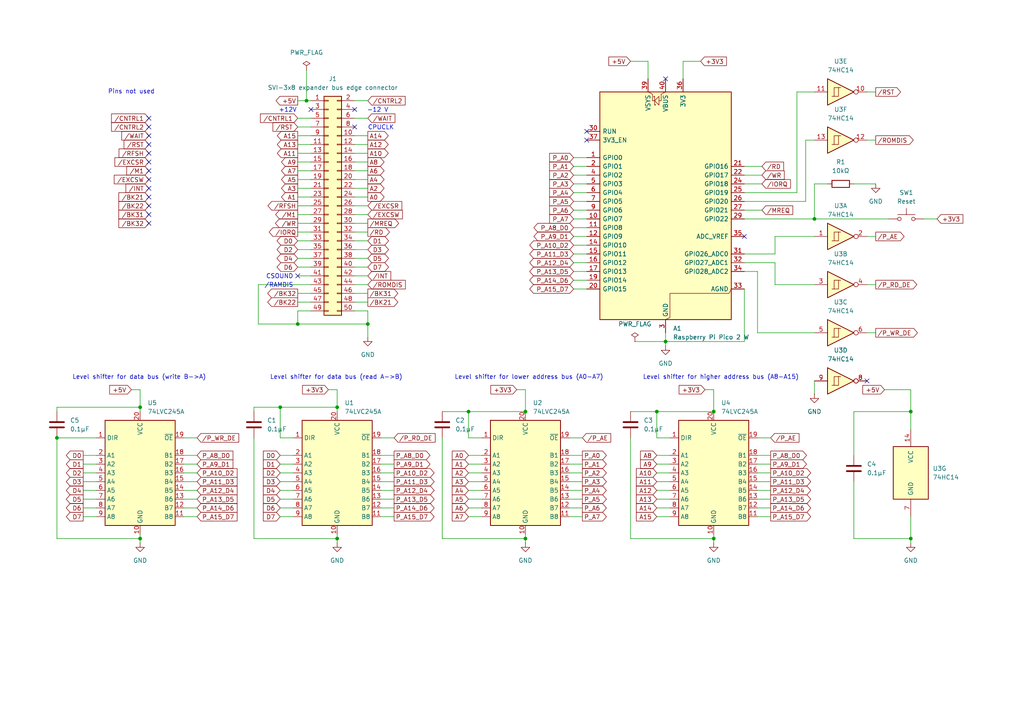
<source format=kicad_sch>
(kicad_sch (version 20250114) (generator "eeschema") (generator_version "9.0")
  (paper "A4")
  (title_block (title "SVI-3x8 PicoExpander") (date "2025-08-04") (rev "1.4") (company "Markus Rautopuro") (comment 1 "https://github.com/fitch/SVI-3x8-PicoExpander"))
  (text "-12 V" (at 106.426 32.004 0) (effects (font (size 1.27 1.27)) (justify left)))
  (text "+12V" (at 86.106 32.004 0) (effects (font (size 1.27 1.27)) (justify right)))
  (text "Level shifter for data bus (read A->B)" (at 97.536 109.474 0) (effects (font (size 1.27 1.27))))
  (text "CSOUND" (at 85.09 80.264 0) (effects (font (size 1.27 1.27)) (justify right)))
  (text "Level shifter for data bus (write B->A)" (at 40.386 109.474 0) (effects (font (size 1.27 1.27))))
  (text "Level shifter for higher address bus (A8-A15)\n" (at 186.436 109.474 0) (effects (font (size 1.27 1.27)) (justify left)))
  (text "Level shifter for lower address bus (A0-A7)\n" (at 131.826 109.474 0) (effects (font (size 1.27 1.27)) (justify left)))
  (text "CPUCLK" (at 106.68 37.084 0) (effects (font (size 1.27 1.27)) (justify left)))
  (text "/RAMDIS" (at 85.09 82.804 0) (effects (font (size 1.27 1.27)) (justify right)))
  (text "Pins not used" (at 38.1 26.67 0) (effects (font (size 1.27 1.27))))
  (junction (at 97.79 156.21))
  (junction (at 40.64 118.11))
  (junction (at 193.04 99.06))
  (junction (at 207.01 156.21))
  (junction (at 236.22 63.5))
  (junction (at 264.16 156.21))
  (junction (at 81.28 118.11))
  (junction (at 97.79 118.11))
  (junction (at 190.5 119.38))
  (junction (at 86.36 93.98))
  (junction (at 264.16 119.38))
  (junction (at 207.01 119.38))
  (junction (at 135.89 119.38))
  (junction (at 106.68 93.98))
  (junction (at 88.9 29.21))
  (junction (at 16.51 127))
  (junction (at 152.4 119.38))
  (junction (at 40.64 156.21))
  (junction (at 152.4 156.21))
  (no_connect (at 43.18 62.23))
  (no_connect (at 193.04 22.86))
  (no_connect (at 43.18 41.91))
  (no_connect (at 43.18 49.53))
  (no_connect (at 90.17 31.75))
  (no_connect (at 43.18 64.77))
  (no_connect (at 43.18 52.07))
  (no_connect (at 86.36 80.01))
  (no_connect (at 102.87 36.83))
  (no_connect (at 43.18 59.69))
  (no_connect (at 43.18 46.99))
  (no_connect (at 43.18 39.37))
  (no_connect (at 251.46 110.49))
  (no_connect (at 102.87 31.75))
  (no_connect (at 43.18 34.29))
  (no_connect (at 215.9 68.58))
  (no_connect (at 43.18 54.61))
  (no_connect (at 170.18 38.1))
  (no_connect (at 43.18 36.83))
  (no_connect (at 43.18 57.15))
  (no_connect (at 170.18 40.64))
  (no_connect (at 43.18 44.45))
  (wire (pts (xy 236.22 110.49) (xy 236.22 114.3)))
  (wire (pts (xy 135.89 149.86) (xy 139.7 149.86)))
  (wire (pts (xy 193.04 96.52) (xy 193.04 99.06)))
  (wire (pts (xy 81.28 132.08) (xy 85.09 132.08)))
  (wire (pts (xy 135.89 144.78) (xy 139.7 144.78)))
  (wire (pts (xy 128.27 119.38) (xy 135.89 119.38)))
  (wire (pts (xy 251.46 96.52) (xy 254 96.52)))
  (wire (pts (xy 166.37 63.5) (xy 170.18 63.5)))
  (wire (pts (xy 236.22 96.52) (xy 219.71 96.52)))
  (wire (pts (xy 106.68 93.98) (xy 106.68 97.79)))
  (wire (pts (xy 224.79 73.66) (xy 224.79 68.58)))
  (wire (pts (xy 166.37 73.66) (xy 170.18 73.66)))
  (wire (pts (xy 40.64 156.21) (xy 40.64 157.48)))
  (wire (pts (xy 264.16 156.21) (xy 264.16 157.48)))
  (wire (pts (xy 53.34 134.62) (xy 57.15 134.62)))
  (wire (pts (xy 88.9 20.32) (xy 88.9 29.21)))
  (wire (pts (xy 190.5 119.38) (xy 190.5 127)))
  (wire (pts (xy 86.36 69.85) (xy 90.17 69.85)))
  (wire (pts (xy 86.36 93.98) (xy 106.68 93.98)))
  (wire (pts (xy 24.13 139.7) (xy 27.94 139.7)))
  (wire (pts (xy 207.01 113.03) (xy 207.01 119.38)))
  (wire (pts (xy 24.13 149.86) (xy 27.94 149.86)))
  (wire (pts (xy 97.79 154.94) (xy 97.79 156.21)))
  (wire (pts (xy 110.49 142.24) (xy 114.3 142.24)))
  (wire (pts (xy 81.28 139.7) (xy 85.09 139.7)))
  (wire (pts (xy 251.46 40.64) (xy 254 40.64)))
  (wire (pts (xy 16.51 127) (xy 16.51 156.21)))
  (wire (pts (xy 86.36 72.39) (xy 90.17 72.39)))
  (wire (pts (xy 102.87 62.23) (xy 106.68 62.23)))
  (wire (pts (xy 24.13 137.16) (xy 27.94 137.16)))
  (wire (pts (xy 86.36 59.69) (xy 90.17 59.69)))
  (wire (pts (xy 53.34 149.86) (xy 57.15 149.86)))
  (wire (pts (xy 187.96 22.86) (xy 187.96 17.78)))
  (wire (pts (xy 219.71 142.24) (xy 223.52 142.24)))
  (wire (pts (xy 224.79 68.58) (xy 236.22 68.58)))
  (wire (pts (xy 190.5 119.38) (xy 207.01 119.38)))
  (wire (pts (xy 165.1 149.86) (xy 168.91 149.86)))
  (wire (pts (xy 139.7 127) (xy 135.89 127)))
  (wire (pts (xy 102.87 87.63) (xy 106.68 87.63)))
  (wire (pts (xy 53.34 139.7) (xy 57.15 139.7)))
  (wire (pts (xy 257.81 63.5) (xy 236.22 63.5)))
  (wire (pts (xy 166.37 55.88) (xy 170.18 55.88)))
  (wire (pts (xy 166.37 81.28) (xy 170.18 81.28)))
  (wire (pts (xy 182.88 156.21) (xy 207.01 156.21)))
  (wire (pts (xy 215.9 55.88) (xy 231.14 55.88)))
  (wire (pts (xy 81.28 134.62) (xy 85.09 134.62)))
  (wire (pts (xy 254 82.55) (xy 251.46 82.55)))
  (wire (pts (xy 207.01 156.21) (xy 207.01 157.48)))
  (wire (pts (xy 40.64 154.94) (xy 40.64 156.21)))
  (wire (pts (xy 102.87 77.47) (xy 106.68 77.47)))
  (wire (pts (xy 74.93 93.98) (xy 86.36 93.98)))
  (wire (pts (xy 102.87 85.09) (xy 106.68 85.09)))
  (wire (pts (xy 264.16 124.46) (xy 264.16 119.38)))
  (wire (pts (xy 73.66 118.11) (xy 73.66 119.38)))
  (wire (pts (xy 86.36 52.07) (xy 90.17 52.07)))
  (wire (pts (xy 224.79 82.55) (xy 224.79 76.2)))
  (wire (pts (xy 102.87 59.69) (xy 106.68 59.69)))
  (wire (pts (xy 86.36 44.45) (xy 90.17 44.45)))
  (wire (pts (xy 231.14 55.88) (xy 231.14 26.67)))
  (wire (pts (xy 190.5 149.86) (xy 194.31 149.86)))
  (wire (pts (xy 215.9 73.66) (xy 224.79 73.66)))
  (wire (pts (xy 135.89 119.38) (xy 135.89 127)))
  (wire (pts (xy 190.5 147.32) (xy 194.31 147.32)))
  (wire (pts (xy 110.49 149.86) (xy 114.3 149.86)))
  (wire (pts (xy 198.12 22.86) (xy 198.12 17.78)))
  (wire (pts (xy 190.5 142.24) (xy 194.31 142.24)))
  (wire (pts (xy 86.36 29.21) (xy 88.9 29.21)))
  (wire (pts (xy 166.37 50.8) (xy 170.18 50.8)))
  (wire (pts (xy 224.79 76.2) (xy 215.9 76.2)))
  (wire (pts (xy 110.49 127) (xy 114.3 127)))
  (wire (pts (xy 53.34 142.24) (xy 57.15 142.24)))
  (wire (pts (xy 81.28 118.11) (xy 97.79 118.11)))
  (wire (pts (xy 73.66 118.11) (xy 81.28 118.11)))
  (wire (pts (xy 135.89 134.62) (xy 139.7 134.62)))
  (wire (pts (xy 165.1 139.7) (xy 168.91 139.7)))
  (wire (pts (xy 102.87 80.01) (xy 106.68 80.01)))
  (wire (pts (xy 86.36 36.83) (xy 90.17 36.83)))
  (wire (pts (xy 102.87 64.77) (xy 106.68 64.77)))
  (wire (pts (xy 102.87 74.93) (xy 106.68 74.93)))
  (wire (pts (xy 128.27 156.21) (xy 152.4 156.21)))
  (wire (pts (xy 233.68 40.64) (xy 233.68 58.42)))
  (wire (pts (xy 16.51 118.11) (xy 16.51 119.38)))
  (wire (pts (xy 219.71 144.78) (xy 223.52 144.78)))
  (wire (pts (xy 86.36 67.31) (xy 90.17 67.31)))
  (wire (pts (xy 152.4 156.21) (xy 152.4 157.48)))
  (wire (pts (xy 166.37 68.58) (xy 170.18 68.58)))
  (wire (pts (xy 81.28 137.16) (xy 85.09 137.16)))
  (wire (pts (xy 190.5 137.16) (xy 194.31 137.16)))
  (wire (pts (xy 86.36 57.15) (xy 90.17 57.15)))
  (wire (pts (xy 102.87 46.99) (xy 106.68 46.99)))
  (wire (pts (xy 152.4 113.03) (xy 152.4 119.38)))
  (wire (pts (xy 236.22 40.64) (xy 233.68 40.64)))
  (wire (pts (xy 187.96 17.78) (xy 182.88 17.78)))
  (wire (pts (xy 53.34 144.78) (xy 57.15 144.78)))
  (wire (pts (xy 207.01 113.03) (xy 204.47 113.03)))
  (wire (pts (xy 102.87 69.85) (xy 106.68 69.85)))
  (wire (pts (xy 236.22 53.34) (xy 240.03 53.34)))
  (wire (pts (xy 219.71 149.86) (xy 223.52 149.86)))
  (wire (pts (xy 215.9 58.42) (xy 233.68 58.42)))
  (wire (pts (xy 86.36 64.77) (xy 90.17 64.77)))
  (wire (pts (xy 165.1 127) (xy 168.91 127)))
  (wire (pts (xy 110.49 147.32) (xy 114.3 147.32)))
  (wire (pts (xy 97.79 113.03) (xy 95.25 113.03)))
  (wire (pts (xy 102.87 39.37) (xy 106.68 39.37)))
  (wire (pts (xy 152.4 113.03) (xy 149.86 113.03)))
  (wire (pts (xy 236.22 82.55) (xy 224.79 82.55)))
  (wire (pts (xy 207.01 154.94) (xy 207.01 156.21)))
  (wire (pts (xy 74.93 82.55) (xy 74.93 93.98)))
  (wire (pts (xy 166.37 48.26) (xy 170.18 48.26)))
  (wire (pts (xy 264.16 149.86) (xy 264.16 156.21)))
  (wire (pts (xy 53.34 127) (xy 57.15 127)))
  (wire (pts (xy 165.1 144.78) (xy 168.91 144.78)))
  (wire (pts (xy 86.36 85.09) (xy 90.17 85.09)))
  (wire (pts (xy 198.12 17.78) (xy 203.2 17.78)))
  (wire (pts (xy 166.37 60.96) (xy 170.18 60.96)))
  (wire (pts (xy 165.1 142.24) (xy 168.91 142.24)))
  (wire (pts (xy 267.97 63.5) (xy 271.78 63.5)))
  (wire (pts (xy 152.4 154.94) (xy 152.4 156.21)))
  (wire (pts (xy 24.13 144.78) (xy 27.94 144.78)))
  (wire (pts (xy 165.1 132.08) (xy 168.91 132.08)))
  (wire (pts (xy 40.64 118.11) (xy 40.64 113.03)))
  (wire (pts (xy 166.37 66.04) (xy 170.18 66.04)))
  (wire (pts (xy 102.87 52.07) (xy 106.68 52.07)))
  (wire (pts (xy 219.71 127) (xy 223.52 127)))
  (wire (pts (xy 88.9 29.21) (xy 90.17 29.21)))
  (wire (pts (xy 24.13 142.24) (xy 27.94 142.24)))
  (wire (pts (xy 24.13 134.62) (xy 27.94 134.62)))
  (wire (pts (xy 190.5 134.62) (xy 194.31 134.62)))
  (wire (pts (xy 86.36 49.53) (xy 90.17 49.53)))
  (wire (pts (xy 40.64 119.38) (xy 40.64 118.11)))
  (wire (pts (xy 97.79 156.21) (xy 97.79 157.48)))
  (wire (pts (xy 110.49 134.62) (xy 114.3 134.62)))
  (wire (pts (xy 40.64 113.03) (xy 38.1 113.03)))
  (wire (pts (xy 110.49 132.08) (xy 114.3 132.08)))
  (wire (pts (xy 85.09 127) (xy 81.28 127)))
  (wire (pts (xy 184.15 99.06) (xy 193.04 99.06)))
  (wire (pts (xy 135.89 132.08) (xy 139.7 132.08)))
  (wire (pts (xy 102.87 49.53) (xy 106.68 49.53)))
  (wire (pts (xy 102.87 34.29) (xy 106.68 34.29)))
  (wire (pts (xy 86.36 87.63) (xy 90.17 87.63)))
  (wire (pts (xy 166.37 83.82) (xy 170.18 83.82)))
  (wire (pts (xy 215.9 60.96) (xy 220.98 60.96)))
  (wire (pts (xy 110.49 139.7) (xy 114.3 139.7)))
  (wire (pts (xy 247.65 119.38) (xy 264.16 119.38)))
  (wire (pts (xy 128.27 127) (xy 128.27 156.21)))
  (wire (pts (xy 254 68.58) (xy 251.46 68.58)))
  (wire (pts (xy 219.71 96.52) (xy 219.71 78.74)))
  (wire (pts (xy 24.13 147.32) (xy 27.94 147.32)))
  (wire (pts (xy 247.65 156.21) (xy 264.16 156.21)))
  (wire (pts (xy 190.5 139.7) (xy 194.31 139.7)))
  (wire (pts (xy 219.71 78.74) (xy 215.9 78.74)))
  (wire (pts (xy 81.28 142.24) (xy 85.09 142.24)))
  (wire (pts (xy 102.87 57.15) (xy 106.68 57.15)))
  (wire (pts (xy 219.71 132.08) (xy 223.52 132.08)))
  (wire (pts (xy 86.36 90.17) (xy 86.36 93.98)))
  (wire (pts (xy 16.51 156.21) (xy 40.64 156.21)))
  (wire (pts (xy 247.65 139.7) (xy 247.65 156.21)))
  (wire (pts (xy 81.28 118.11) (xy 81.28 127)))
  (wire (pts (xy 90.17 90.17) (xy 86.36 90.17)))
  (wire (pts (xy 86.36 34.29) (xy 90.17 34.29)))
  (wire (pts (xy 219.71 134.62) (xy 223.52 134.62)))
  (wire (pts (xy 165.1 147.32) (xy 168.91 147.32)))
  (wire (pts (xy 86.36 39.37) (xy 90.17 39.37)))
  (wire (pts (xy 166.37 53.34) (xy 170.18 53.34)))
  (wire (pts (xy 110.49 144.78) (xy 114.3 144.78)))
  (wire (pts (xy 86.36 62.23) (xy 90.17 62.23)))
  (wire (pts (xy 102.87 54.61) (xy 106.68 54.61)))
  (wire (pts (xy 165.1 137.16) (xy 168.91 137.16)))
  (wire (pts (xy 247.65 132.08) (xy 247.65 119.38)))
  (wire (pts (xy 135.89 147.32) (xy 139.7 147.32)))
  (wire (pts (xy 165.1 134.62) (xy 168.91 134.62)))
  (wire (pts (xy 215.9 50.8) (xy 220.98 50.8)))
  (wire (pts (xy 190.5 132.08) (xy 194.31 132.08)))
  (wire (pts (xy 264.16 119.38) (xy 264.16 113.03)))
  (wire (pts (xy 97.79 119.38) (xy 97.79 118.11)))
  (wire (pts (xy 219.71 139.7) (xy 223.52 139.7)))
  (wire (pts (xy 110.49 137.16) (xy 114.3 137.16)))
  (wire (pts (xy 53.34 137.16) (xy 57.15 137.16)))
  (wire (pts (xy 193.04 99.06) (xy 193.04 100.33)))
  (wire (pts (xy 166.37 78.74) (xy 170.18 78.74)))
  (wire (pts (xy 190.5 144.78) (xy 194.31 144.78)))
  (wire (pts (xy 166.37 58.42) (xy 170.18 58.42)))
  (wire (pts (xy 135.89 119.38) (xy 152.4 119.38)))
  (wire (pts (xy 182.88 119.38) (xy 190.5 119.38)))
  (wire (pts (xy 73.66 127) (xy 73.66 156.21)))
  (wire (pts (xy 264.16 113.03) (xy 256.54 113.03)))
  (wire (pts (xy 86.36 77.47) (xy 90.17 77.47)))
  (wire (pts (xy 97.79 118.11) (xy 97.79 113.03)))
  (wire (pts (xy 102.87 67.31) (xy 106.68 67.31)))
  (wire (pts (xy 219.71 137.16) (xy 223.52 137.16)))
  (wire (pts (xy 247.65 53.34) (xy 254 53.34)))
  (wire (pts (xy 86.36 41.91) (xy 90.17 41.91)))
  (wire (pts (xy 81.28 149.86) (xy 85.09 149.86)))
  (wire (pts (xy 86.36 80.01) (xy 90.17 80.01)))
  (wire (pts (xy 86.36 54.61) (xy 90.17 54.61)))
  (wire (pts (xy 106.68 90.17) (xy 106.68 93.98)))
  (wire (pts (xy 102.87 82.55) (xy 106.68 82.55)))
  (wire (pts (xy 135.89 139.7) (xy 139.7 139.7)))
  (wire (pts (xy 135.89 142.24) (xy 139.7 142.24)))
  (wire (pts (xy 73.66 156.21) (xy 97.79 156.21)))
  (wire (pts (xy 102.87 41.91) (xy 106.68 41.91)))
  (wire (pts (xy 215.9 83.82) (xy 215.9 99.06)))
  (wire (pts (xy 102.87 29.21) (xy 106.68 29.21)))
  (wire (pts (xy 16.51 118.11) (xy 40.64 118.11)))
  (wire (pts (xy 86.36 74.93) (xy 90.17 74.93)))
  (wire (pts (xy 102.87 44.45) (xy 106.68 44.45)))
  (wire (pts (xy 102.87 72.39) (xy 106.68 72.39)))
  (wire (pts (xy 236.22 53.34) (xy 236.22 63.5)))
  (wire (pts (xy 16.51 127) (xy 27.94 127)))
  (wire (pts (xy 219.71 147.32) (xy 223.52 147.32)))
  (wire (pts (xy 81.28 144.78) (xy 85.09 144.78)))
  (wire (pts (xy 251.46 26.67) (xy 254 26.67)))
  (wire (pts (xy 135.89 137.16) (xy 139.7 137.16)))
  (wire (pts (xy 166.37 76.2) (xy 170.18 76.2)))
  (wire (pts (xy 166.37 71.12) (xy 170.18 71.12)))
  (wire (pts (xy 53.34 132.08) (xy 57.15 132.08)))
  (wire (pts (xy 24.13 132.08) (xy 27.94 132.08)))
  (wire (pts (xy 215.9 53.34) (xy 220.98 53.34)))
  (wire (pts (xy 74.93 82.55) (xy 90.17 82.55)))
  (wire (pts (xy 231.14 26.67) (xy 236.22 26.67)))
  (wire (pts (xy 215.9 48.26) (xy 220.98 48.26)))
  (wire (pts (xy 194.31 127) (xy 190.5 127)))
  (wire (pts (xy 166.37 45.72) (xy 170.18 45.72)))
  (wire (pts (xy 81.28 147.32) (xy 85.09 147.32)))
  (wire (pts (xy 215.9 99.06) (xy 193.04 99.06)))
  (wire (pts (xy 102.87 90.17) (xy 106.68 90.17)))
  (wire (pts (xy 53.34 147.32) (xy 57.15 147.32)))
  (wire (pts (xy 215.9 63.5) (xy 236.22 63.5)))
  (wire (pts (xy 182.88 127) (xy 182.88 156.21)))
  (wire (pts (xy 86.36 46.99) (xy 90.17 46.99)))
  (global_label "{slash}EXCSW" (shape input) (at 43.18 52.07 180) (property "Intersheetrefs" "${INTERSHEET_REFS}" (effects (hide yes))))
  (global_label "+3V3" (shape input) (at 95.25 113.03 180) (property "Intersheetrefs" "${INTERSHEET_REFS}" (effects (hide yes))))
  (global_label "P_A7" (shape input) (at 166.37 63.5 180) (property "Intersheetrefs" "${INTERSHEET_REFS}" (effects (hide yes))))
  (global_label "D6" (shape input) (at 81.28 147.32 180) (property "Intersheetrefs" "${INTERSHEET_REFS}" (effects (hide yes))))
  (global_label "P_A14_D6" (shape output) (at 114.3 147.32 0) (property "Intersheetrefs" "${INTERSHEET_REFS}" (effects (hide yes))))
  (global_label "A9" (shape output) (at 86.36 46.99 180) (property "Intersheetrefs" "${INTERSHEET_REFS}" (effects (hide yes))))
  (global_label "{slash}BK22" (shape input) (at 43.18 59.69 180) (property "Intersheetrefs" "${INTERSHEET_REFS}" (effects (hide yes))))
  (global_label "A5" (shape output) (at 86.36 52.07 180) (property "Intersheetrefs" "${INTERSHEET_REFS}" (effects (hide yes))))
  (global_label "A12" (shape input) (at 190.5 142.24 180) (property "Intersheetrefs" "${INTERSHEET_REFS}" (effects (hide yes))))
  (global_label "+3V3" (shape input) (at 149.86 113.03 180) (property "Intersheetrefs" "${INTERSHEET_REFS}" (effects (hide yes))))
  (global_label "{slash}MREQ" (shape input) (at 220.98 60.96 0) (property "Intersheetrefs" "${INTERSHEET_REFS}" (effects (hide yes))))
  (global_label "{slash}INT" (shape input) (at 43.18 54.61 180) (property "Intersheetrefs" "${INTERSHEET_REFS}" (effects (hide yes))))
  (global_label "P_A14_D6" (shape input) (at 57.15 147.32 0) (property "Intersheetrefs" "${INTERSHEET_REFS}" (effects (hide yes))))
  (global_label "{slash}BK32" (shape output) (at 86.36 85.09 180) (property "Intersheetrefs" "${INTERSHEET_REFS}" (effects (hide yes))))
  (global_label "{slash}BK22" (shape output) (at 86.36 87.63 180) (property "Intersheetrefs" "${INTERSHEET_REFS}" (effects (hide yes))))
  (global_label "D7" (shape output) (at 24.13 149.86 180) (property "Intersheetrefs" "${INTERSHEET_REFS}" (effects (hide yes))))
  (global_label "{slash}P_WR_DE" (shape output) (at 254 96.52 0) (property "Intersheetrefs" "${INTERSHEET_REFS}" (effects (hide yes))))
  (global_label "P_A3" (shape input) (at 166.37 53.34 180) (property "Intersheetrefs" "${INTERSHEET_REFS}" (effects (hide yes))))
  (global_label "A10" (shape input) (at 190.5 137.16 180) (property "Intersheetrefs" "${INTERSHEET_REFS}" (effects (hide yes))))
  (global_label "{slash}EXCSR" (shape input) (at 43.18 46.99 180) (property "Intersheetrefs" "${INTERSHEET_REFS}" (effects (hide yes))))
  (global_label "D5" (shape bidirectional) (at 106.68 74.93 0) (property "Intersheetrefs" "${INTERSHEET_REFS}" (effects (hide yes))))
  (global_label "P_A1" (shape input) (at 166.37 48.26 180) (property "Intersheetrefs" "${INTERSHEET_REFS}" (effects (hide yes))))
  (global_label "A1" (shape output) (at 86.36 57.15 180) (property "Intersheetrefs" "${INTERSHEET_REFS}" (effects (hide yes))))
  (global_label "{slash}BK21" (shape output) (at 106.68 87.63 0) (property "Intersheetrefs" "${INTERSHEET_REFS}" (effects (hide yes))))
  (global_label "D5" (shape output) (at 24.13 144.78 180) (property "Intersheetrefs" "${INTERSHEET_REFS}" (effects (hide yes))))
  (global_label "+3V3" (shape input) (at 271.78 63.5 0) (property "Intersheetrefs" "${INTERSHEET_REFS}" (effects (hide yes))))
  (global_label "P_A6" (shape input) (at 166.37 60.96 180) (property "Intersheetrefs" "${INTERSHEET_REFS}" (effects (hide yes))))
  (global_label "D3" (shape output) (at 24.13 139.7 180) (property "Intersheetrefs" "${INTERSHEET_REFS}" (effects (hide yes))))
  (global_label "{slash}IORQ" (shape output) (at 86.36 67.31 180) (property "Intersheetrefs" "${INTERSHEET_REFS}" (effects (hide yes))))
  (global_label "P_A2" (shape input) (at 166.37 50.8 180) (property "Intersheetrefs" "${INTERSHEET_REFS}" (effects (hide yes))))
  (global_label "A4" (shape input) (at 135.89 142.24 180) (property "Intersheetrefs" "${INTERSHEET_REFS}" (effects (hide yes))))
  (global_label "{slash}P_AE" (shape input) (at 223.52 127 0) (property "Intersheetrefs" "${INTERSHEET_REFS}" (effects (hide yes))))
  (global_label "A1" (shape input) (at 135.89 134.62 180) (property "Intersheetrefs" "${INTERSHEET_REFS}" (effects (hide yes))))
  (global_label "A7" (shape input) (at 135.89 149.86 180) (property "Intersheetrefs" "${INTERSHEET_REFS}" (effects (hide yes))))
  (global_label "{slash}IORQ" (shape input) (at 220.98 53.34 0) (property "Intersheetrefs" "${INTERSHEET_REFS}" (effects (hide yes))))
  (global_label "A8" (shape output) (at 106.68 46.99 0) (property "Intersheetrefs" "${INTERSHEET_REFS}" (effects (hide yes))))
  (global_label "P_A5" (shape input) (at 166.37 58.42 180) (property "Intersheetrefs" "${INTERSHEET_REFS}" (effects (hide yes))))
  (global_label "{slash}RFSH" (shape input) (at 43.18 44.45 180) (property "Intersheetrefs" "${INTERSHEET_REFS}" (effects (hide yes))))
  (global_label "D3" (shape bidirectional) (at 106.68 72.39 0) (property "Intersheetrefs" "${INTERSHEET_REFS}" (effects (hide yes))))
  (global_label "P_A1" (shape output) (at 168.91 134.62 0) (property "Intersheetrefs" "${INTERSHEET_REFS}" (effects (hide yes))))
  (global_label "A4" (shape output) (at 106.68 52.07 0) (property "Intersheetrefs" "${INTERSHEET_REFS}" (effects (hide yes))))
  (global_label "{slash}RFSH" (shape output) (at 86.36 59.69 180) (property "Intersheetrefs" "${INTERSHEET_REFS}" (effects (hide yes))))
  (global_label "{slash}RST" (shape input) (at 43.18 41.91 180) (property "Intersheetrefs" "${INTERSHEET_REFS}" (effects (hide yes))))
  (global_label "P_A8_D0" (shape bidirectional) (at 166.37 66.04 180) (property "Intersheetrefs" "${INTERSHEET_REFS}" (effects (hide yes))))
  (global_label "P_A0" (shape input) (at 166.37 45.72 180) (property "Intersheetrefs" "${INTERSHEET_REFS}" (effects (hide yes))))
  (global_label "D1" (shape bidirectional) (at 106.68 69.85 0) (property "Intersheetrefs" "${INTERSHEET_REFS}" (effects (hide yes))))
  (global_label "D7" (shape bidirectional) (at 106.68 77.47 0) (property "Intersheetrefs" "${INTERSHEET_REFS}" (effects (hide yes))))
  (global_label "P_A15_D7" (shape output) (at 114.3 149.86 0) (property "Intersheetrefs" "${INTERSHEET_REFS}" (effects (hide yes))))
  (global_label "A15" (shape input) (at 190.5 149.86 180) (property "Intersheetrefs" "${INTERSHEET_REFS}" (effects (hide yes))))
  (global_label "P_A15_D7" (shape input) (at 57.15 149.86 0) (property "Intersheetrefs" "${INTERSHEET_REFS}" (effects (hide yes))))
  (global_label "P_A15_D7" (shape bidirectional) (at 166.37 83.82 180) (property "Intersheetrefs" "${INTERSHEET_REFS}" (effects (hide yes))))
  (global_label "P_A5" (shape output) (at 168.91 144.78 0) (property "Intersheetrefs" "${INTERSHEET_REFS}" (effects (hide yes))))
  (global_label "D0" (shape output) (at 24.13 132.08 180) (property "Intersheetrefs" "${INTERSHEET_REFS}" (effects (hide yes))))
  (global_label "D5" (shape input) (at 81.28 144.78 180) (property "Intersheetrefs" "${INTERSHEET_REFS}" (effects (hide yes))))
  (global_label "P_A11_D3" (shape output) (at 223.52 139.7 0) (property "Intersheetrefs" "${INTERSHEET_REFS}" (effects (hide yes))))
  (global_label "{slash}P_RD_DE" (shape input) (at 114.3 127 0) (property "Intersheetrefs" "${INTERSHEET_REFS}" (effects (hide yes))))
  (global_label "{slash}RD" (shape input) (at 220.98 48.26 0) (property "Intersheetrefs" "${INTERSHEET_REFS}" (effects (hide yes))))
  (global_label "P_A12_D4" (shape input) (at 57.15 142.24 0) (property "Intersheetrefs" "${INTERSHEET_REFS}" (effects (hide yes))))
  (global_label "{slash}P_RD_DE" (shape output) (at 254 82.55 0) (property "Intersheetrefs" "${INTERSHEET_REFS}" (effects (hide yes))))
  (global_label "D1" (shape input) (at 81.28 134.62 180) (property "Intersheetrefs" "${INTERSHEET_REFS}" (effects (hide yes))))
  (global_label "{slash}CNTRL2" (shape input) (at 106.68 29.21 0) (property "Intersheetrefs" "${INTERSHEET_REFS}" (effects (hide yes))))
  (global_label "{slash}EXCSR" (shape input) (at 106.68 59.69 0) (property "Intersheetrefs" "${INTERSHEET_REFS}" (effects (hide yes))))
  (global_label "P_A13_D5" (shape output) (at 114.3 144.78 0) (property "Intersheetrefs" "${INTERSHEET_REFS}" (effects (hide yes))))
  (global_label "A2" (shape output) (at 106.68 54.61 0) (property "Intersheetrefs" "${INTERSHEET_REFS}" (effects (hide yes))))
  (global_label "+5V" (shape output) (at 86.36 29.21 180) (property "Intersheetrefs" "${INTERSHEET_REFS}" (effects (hide yes))))
  (global_label "P_A2" (shape output) (at 168.91 137.16 0) (property "Intersheetrefs" "${INTERSHEET_REFS}" (effects (hide yes))))
  (global_label "D4" (shape bidirectional) (at 86.36 74.93 180) (property "Intersheetrefs" "${INTERSHEET_REFS}" (effects (hide yes))))
  (global_label "P_A10_D2" (shape output) (at 114.3 137.16 0) (property "Intersheetrefs" "${INTERSHEET_REFS}" (effects (hide yes))))
  (global_label "{slash}MREQ" (shape output) (at 106.68 64.77 0) (property "Intersheetrefs" "${INTERSHEET_REFS}" (effects (hide yes))))
  (global_label "A14" (shape input) (at 190.5 147.32 180) (property "Intersheetrefs" "${INTERSHEET_REFS}" (effects (hide yes))))
  (global_label "A2" (shape input) (at 135.89 137.16 180) (property "Intersheetrefs" "${INTERSHEET_REFS}" (effects (hide yes))))
  (global_label "D2" (shape input) (at 81.28 137.16 180) (property "Intersheetrefs" "${INTERSHEET_REFS}" (effects (hide yes))))
  (global_label "P_A9_D1" (shape output) (at 223.52 134.62 0) (property "Intersheetrefs" "${INTERSHEET_REFS}" (effects (hide yes))))
  (global_label "P_A3" (shape output) (at 168.91 139.7 0) (property "Intersheetrefs" "${INTERSHEET_REFS}" (effects (hide yes))))
  (global_label "A12" (shape output) (at 106.68 41.91 0) (property "Intersheetrefs" "${INTERSHEET_REFS}" (effects (hide yes))))
  (global_label "{slash}P_WR_DE" (shape input) (at 57.15 127 0) (property "Intersheetrefs" "${INTERSHEET_REFS}" (effects (hide yes))))
  (global_label "A5" (shape input) (at 135.89 144.78 180) (property "Intersheetrefs" "${INTERSHEET_REFS}" (effects (hide yes))))
  (global_label "{slash}EXCSW" (shape input) (at 106.68 62.23 0) (property "Intersheetrefs" "${INTERSHEET_REFS}" (effects (hide yes))))
  (global_label "P_A9_D1" (shape bidirectional) (at 166.37 68.58 180) (property "Intersheetrefs" "${INTERSHEET_REFS}" (effects (hide yes))))
  (global_label "D2" (shape output) (at 24.13 137.16 180) (property "Intersheetrefs" "${INTERSHEET_REFS}" (effects (hide yes))))
  (global_label "+3V3" (shape input) (at 204.47 113.03 180) (property "Intersheetrefs" "${INTERSHEET_REFS}" (effects (hide yes))))
  (global_label "P_A8_D0" (shape input) (at 57.15 132.08 0) (property "Intersheetrefs" "${INTERSHEET_REFS}" (effects (hide yes))))
  (global_label "{slash}M1" (shape output) (at 86.36 62.23 180) (property "Intersheetrefs" "${INTERSHEET_REFS}" (effects (hide yes))))
  (global_label "P_A8_D0" (shape output) (at 223.52 132.08 0) (property "Intersheetrefs" "${INTERSHEET_REFS}" (effects (hide yes))))
  (global_label "D3" (shape input) (at 81.28 139.7 180) (property "Intersheetrefs" "${INTERSHEET_REFS}" (effects (hide yes))))
  (global_label "P_A4" (shape input) (at 166.37 55.88 180) (property "Intersheetrefs" "${INTERSHEET_REFS}" (effects (hide yes))))
  (global_label "D0" (shape bidirectional) (at 86.36 69.85 180) (property "Intersheetrefs" "${INTERSHEET_REFS}" (effects (hide yes))))
  (global_label "{slash}ROMDIS" (shape output) (at 254 40.64 0) (property "Intersheetrefs" "${INTERSHEET_REFS}" (effects (hide yes))))
  (global_label "P_A10_D2" (shape input) (at 57.15 137.16 0) (property "Intersheetrefs" "${INTERSHEET_REFS}" (effects (hide yes))))
  (global_label "A11" (shape input) (at 190.5 139.7 180) (property "Intersheetrefs" "${INTERSHEET_REFS}" (effects (hide yes))))
  (global_label "{slash}BK31" (shape input) (at 43.18 62.23 180) (property "Intersheetrefs" "${INTERSHEET_REFS}" (effects (hide yes))))
  (global_label "{slash}M1" (shape input) (at 43.18 49.53 180) (property "Intersheetrefs" "${INTERSHEET_REFS}" (effects (hide yes))))
  (global_label "A0" (shape input) (at 135.89 132.08 180) (property "Intersheetrefs" "${INTERSHEET_REFS}" (effects (hide yes))))
  (global_label "D7" (shape input) (at 81.28 149.86 180) (property "Intersheetrefs" "${INTERSHEET_REFS}" (effects (hide yes))))
  (global_label "{slash}P_AE" (shape input) (at 168.91 127 0) (property "Intersheetrefs" "${INTERSHEET_REFS}" (effects (hide yes))))
  (global_label "D4" (shape input) (at 81.28 142.24 180) (property "Intersheetrefs" "${INTERSHEET_REFS}" (effects (hide yes))))
  (global_label "P_A8_D0" (shape output) (at 114.3 132.08 0) (property "Intersheetrefs" "${INTERSHEET_REFS}" (effects (hide yes))))
  (global_label "P_A10_D2" (shape bidirectional) (at 166.37 71.12 180) (property "Intersheetrefs" "${INTERSHEET_REFS}" (effects (hide yes))))
  (global_label "D1" (shape output) (at 24.13 134.62 180) (property "Intersheetrefs" "${INTERSHEET_REFS}" (effects (hide yes))))
  (global_label "A8" (shape input) (at 190.5 132.08 180) (property "Intersheetrefs" "${INTERSHEET_REFS}" (effects (hide yes))))
  (global_label "P_A13_D5" (shape bidirectional) (at 166.37 78.74 180) (property "Intersheetrefs" "${INTERSHEET_REFS}" (effects (hide yes))))
  (global_label "P_A12_D4" (shape bidirectional) (at 166.37 76.2 180) (property "Intersheetrefs" "${INTERSHEET_REFS}" (effects (hide yes))))
  (global_label "A6" (shape output) (at 106.68 49.53 0) (property "Intersheetrefs" "${INTERSHEET_REFS}" (effects (hide yes))))
  (global_label "{slash}CNTRL1" (shape input) (at 43.18 34.29 180) (property "Intersheetrefs" "${INTERSHEET_REFS}" (effects (hide yes))))
  (global_label "P_A13_D5" (shape output) (at 223.52 144.78 0) (property "Intersheetrefs" "${INTERSHEET_REFS}" (effects (hide yes))))
  (global_label "P_A12_D4" (shape output) (at 223.52 142.24 0) (property "Intersheetrefs" "${INTERSHEET_REFS}" (effects (hide yes))))
  (global_label "P_A10_D2" (shape output) (at 223.52 137.16 0) (property "Intersheetrefs" "${INTERSHEET_REFS}" (effects (hide yes))))
  (global_label "{slash}WR" (shape input) (at 220.98 50.8 0) (property "Intersheetrefs" "${INTERSHEET_REFS}" (effects (hide yes))))
  (global_label "{slash}WAIT" (shape input) (at 43.18 39.37 180) (property "Intersheetrefs" "${INTERSHEET_REFS}" (effects (hide yes))))
  (global_label "{slash}P_AE" (shape output) (at 254 68.58 0) (property "Intersheetrefs" "${INTERSHEET_REFS}" (effects (hide yes))))
  (global_label "P_A0" (shape output) (at 168.91 132.08 0) (property "Intersheetrefs" "${INTERSHEET_REFS}" (effects (hide yes))))
  (global_label "{slash}ROMDIS" (shape input) (at 106.68 82.55 0) (property "Intersheetrefs" "${INTERSHEET_REFS}" (effects (hide yes))))
  (global_label "{slash}CNTRL2" (shape input) (at 43.18 36.83 180) (property "Intersheetrefs" "${INTERSHEET_REFS}" (effects (hide yes))))
  (global_label "A3" (shape output) (at 86.36 54.61 180) (property "Intersheetrefs" "${INTERSHEET_REFS}" (effects (hide yes))))
  (global_label "D6" (shape bidirectional) (at 86.36 77.47 180) (property "Intersheetrefs" "${INTERSHEET_REFS}" (effects (hide yes))))
  (global_label "P_A9_D1" (shape output) (at 114.3 134.62 0) (property "Intersheetrefs" "${INTERSHEET_REFS}" (effects (hide yes))))
  (global_label "P_A7" (shape output) (at 168.91 149.86 0) (property "Intersheetrefs" "${INTERSHEET_REFS}" (effects (hide yes))))
  (global_label "+5V" (shape input) (at 38.1 113.03 180) (property "Intersheetrefs" "${INTERSHEET_REFS}" (effects (hide yes))))
  (global_label "A15" (shape output) (at 86.36 39.37 180) (property "Intersheetrefs" "${INTERSHEET_REFS}" (effects (hide yes))))
  (global_label "{slash}BK31" (shape output) (at 106.68 85.09 0) (property "Intersheetrefs" "${INTERSHEET_REFS}" (effects (hide yes))))
  (global_label "P_A4" (shape output) (at 168.91 142.24 0) (property "Intersheetrefs" "${INTERSHEET_REFS}" (effects (hide yes))))
  (global_label "A13" (shape input) (at 190.5 144.78 180) (property "Intersheetrefs" "${INTERSHEET_REFS}" (effects (hide yes))))
  (global_label "P_A13_D5" (shape input) (at 57.15 144.78 0) (property "Intersheetrefs" "${INTERSHEET_REFS}" (effects (hide yes))))
  (global_label "{slash}INT" (shape input) (at 106.68 80.01 0) (property "Intersheetrefs" "${INTERSHEET_REFS}" (effects (hide yes))))
  (global_label "{slash}BK21" (shape input) (at 43.18 57.15 180) (property "Intersheetrefs" "${INTERSHEET_REFS}" (effects (hide yes))))
  (global_label "P_A6" (shape output) (at 168.91 147.32 0) (property "Intersheetrefs" "${INTERSHEET_REFS}" (effects (hide yes))))
  (global_label "{slash}RST" (shape input) (at 86.36 36.83 180) (property "Intersheetrefs" "${INTERSHEET_REFS}" (effects (hide yes))))
  (global_label "{slash}WAIT" (shape input) (at 106.68 34.29 0) (property "Intersheetrefs" "${INTERSHEET_REFS}" (effects (hide yes))))
  (global_label "D2" (shape bidirectional) (at 86.36 72.39 180) (property "Intersheetrefs" "${INTERSHEET_REFS}" (effects (hide yes))))
  (global_label "P_A9_D1" (shape input) (at 57.15 134.62 0) (property "Intersheetrefs" "${INTERSHEET_REFS}" (effects (hide yes))))
  (global_label "A7" (shape output) (at 86.36 49.53 180) (property "Intersheetrefs" "${INTERSHEET_REFS}" (effects (hide yes))))
  (global_label "D4" (shape output) (at 24.13 142.24 180) (property "Intersheetrefs" "${INTERSHEET_REFS}" (effects (hide yes))))
  (global_label "{slash}RD" (shape output) (at 106.68 67.31 0) (property "Intersheetrefs" "${INTERSHEET_REFS}" (effects (hide yes))))
  (global_label "+5V" (shape input) (at 182.88 17.78 180) (property "Intersheetrefs" "${INTERSHEET_REFS}" (effects (hide yes))))
  (global_label "A3" (shape input) (at 135.89 139.7 180) (property "Intersheetrefs" "${INTERSHEET_REFS}" (effects (hide yes))))
  (global_label "A13" (shape output) (at 86.36 41.91 180) (property "Intersheetrefs" "${INTERSHEET_REFS}" (effects (hide yes))))
  (global_label "P_A12_D4" (shape output) (at 114.3 142.24 0) (property "Intersheetrefs" "${INTERSHEET_REFS}" (effects (hide yes))))
  (global_label "A9" (shape input) (at 190.5 134.62 180) (property "Intersheetrefs" "${INTERSHEET_REFS}" (effects (hide yes))))
  (global_label "A0" (shape output) (at 106.68 57.15 0) (property "Intersheetrefs" "${INTERSHEET_REFS}" (effects (hide yes))))
  (global_label "P_A11_D3" (shape output) (at 114.3 139.7 0) (property "Intersheetrefs" "${INTERSHEET_REFS}" (effects (hide yes))))
  (global_label "P_A11_D3" (shape input) (at 57.15 139.7 0) (property "Intersheetrefs" "${INTERSHEET_REFS}" (effects (hide yes))))
  (global_label "P_A14_D6" (shape bidirectional) (at 166.37 81.28 180) (property "Intersheetrefs" "${INTERSHEET_REFS}" (effects (hide yes))))
  (global_label "A11" (shape output) (at 86.36 44.45 180) (property "Intersheetrefs" "${INTERSHEET_REFS}" (effects (hide yes))))
  (global_label "A10" (shape output) (at 106.68 44.45 0) (property "Intersheetrefs" "${INTERSHEET_REFS}" (effects (hide yes))))
  (global_label "D6" (shape output) (at 24.13 147.32 180) (property "Intersheetrefs" "${INTERSHEET_REFS}" (effects (hide yes))))
  (global_label "{slash}RST" (shape output) (at 254 26.67 0) (property "Intersheetrefs" "${INTERSHEET_REFS}" (effects (hide yes))))
  (global_label "+5V" (shape input) (at 256.54 113.03 180) (property "Intersheetrefs" "${INTERSHEET_REFS}" (effects (hide yes))))
  (global_label "P_A14_D6" (shape output) (at 223.52 147.32 0) (property "Intersheetrefs" "${INTERSHEET_REFS}" (effects (hide yes))))
  (global_label "P_A15_D7" (shape output) (at 223.52 149.86 0) (property "Intersheetrefs" "${INTERSHEET_REFS}" (effects (hide yes))))
  (global_label "A14" (shape output) (at 106.68 39.37 0) (property "Intersheetrefs" "${INTERSHEET_REFS}" (effects (hide yes))))
  (global_label "{slash}CNTRL1" (shape input) (at 86.36 34.29 180) (property "Intersheetrefs" "${INTERSHEET_REFS}" (effects (hide yes))))
  (global_label "{slash}WR" (shape output) (at 86.36 64.77 180) (property "Intersheetrefs" "${INTERSHEET_REFS}" (effects (hide yes))))
  (global_label "P_A11_D3" (shape bidirectional) (at 166.37 73.66 180) (property "Intersheetrefs" "${INTERSHEET_REFS}" (effects (hide yes))))
  (global_label "+3V3" (shape input) (at 203.2 17.78 0) (property "Intersheetrefs" "${INTERSHEET_REFS}" (effects (hide yes))))
  (global_label "D0" (shape input) (at 81.28 132.08 180) (property "Intersheetrefs" "${INTERSHEET_REFS}" (effects (hide yes))))
  (global_label "{slash}BK32" (shape input) (at 43.18 64.77 180) (property "Intersheetrefs" "${INTERSHEET_REFS}" (effects (hide yes))))
  (global_label "A6" (shape input) (at 135.89 147.32 180) (property "Intersheetrefs" "${INTERSHEET_REFS}" (effects (hide yes))))
  (symbol (lib_id "power:GND") (at 40.64 157.48 0) (unit 1)
    (property "Reference" "#PWR08" (effects (hide yes)))
    (property "Value" "GND" (at 40.64 162.56 0))
    (property "Description" "Power symbol creates a global label with name \"GND\" , ground" (effects (hide yes)))
  )
  (symbol (lib_id "power:GND") (at 236.22 114.3 0) (unit 1)
    (property "Reference" "#PWR09" (effects (hide yes)))
    (property "Value" "GND" (at 236.22 119.38 0))
    (property "Description" "Power symbol creates a global label with name \"GND\" , ground" (effects (hide yes)))
  )
  (symbol (lib_id "Logic_LevelTranslator:SN74LVC245APW") (at 207.01 137.16 0) (unit 1)
    (property "Reference" "U4" (at 209.1533 116.84 0) (effects (justify left)))
    (property "Value" "74LVC245A" (at 209.1533 119.38 0) (effects (justify left)))
    (property "Footprint" "Package_DIP:DIP-20_W7.62mm" (effects (hide yes)))
    (property "Datasheet" "https://www.ti.com/lit/ds/scas218x/scas218x.pdf" (effects (hide yes)))
    (property "Description" "8-Bit Single-Supply Bus Transceiver With 5V tolerant input voltage and 3-State Outputs 24mA, TSSOP-20" (effects (hide yes)))
  )
  (symbol (lib_id "MCU_Module:RaspberryPi_Pico_W") (at 193.04 60.96 0) (unit 1)
    (property "Reference" "A1" (at 195.1833 95.25 0) (effects (justify left)))
    (property "Value" "Raspberry Pi Pico 2 W" (at 195.1833 97.79 0) (effects (justify left)))
    (property "Footprint" "Module:RaspberryPi_Pico_Common_Unspecified" (effects (hide yes)))
    (property "Datasheet" "https://datasheets.raspberrypi.com/picow/pico-w-datasheet.pdf" (effects (hide yes)))
    (property "Description" "Versatile and inexpensive wireless microcontroller module powered by RP2040 dual-core Arm Cortex-M0+ processor up to 133 MHz, 264kB SRAM, 2MB QSPI flash, Infineon CYW43439 2.4GHz 802.11n wireless LAN; also supports Raspberry Pi Pico 2 W" (effects (hide yes)))
  )
  (symbol (lib_id "power:GND") (at 152.4 157.48 0) (unit 1)
    (property "Reference" "#PWR04" (effects (hide yes)))
    (property "Value" "GND" (at 152.4 162.56 0))
    (property "Description" "Power symbol creates a global label with name \"GND\" , ground" (effects (hide yes)))
  )
  (symbol (lib_id "74xx:74HC14") (at 243.84 68.58 0) (unit 1)
    (property "Reference" "U3" (at 243.84 59.69 0))
    (property "Value" "74HC14" (at 243.84 62.23 0))
    (property "Footprint" "Package_DIP:DIP-14_W7.62mm" (effects (hide yes)))
    (property "Datasheet" "http://www.ti.com/lit/gpn/sn74HC14" (effects (hide yes)))
    (property "Description" "Hex inverter schmitt trigger" (effects (hide yes)))
  )
  (symbol (lib_id "power:PWR_FLAG") (at 184.15 99.06 0) (unit 1)
    (property "Reference" "#FLG02" (effects (hide yes)))
    (property "Value" "PWR_FLAG" (at 184.15 93.98 0))
    (property "Description" "Special symbol for telling ERC where power comes from" (effects (hide yes)))
  )
  (symbol (lib_id "Device:C") (at 182.88 123.19 0) (unit 1)
    (property "Reference" "C3" (at 186.69 121.9199 0) (effects (justify left)))
    (property "Value" "0.1μF" (at 186.69 124.4599 0) (effects (justify left)))
    (property "Footprint" "Capacitor_THT:C_Disc_D3.0mm_W1.6mm_P2.50mm" (effects (hide yes)))
    (property "Description" "Unpolarized capacitor" (effects (hide yes)))
  )
  (symbol (lib_id "Connector_Generic:Conn_02x25_Odd_Even") (at 95.25 59.69 0) (unit 1)
    (property "Reference" "J1" (at 96.52 22.86 0))
    (property "Value" "SVI-3x8 expander bus edge connector" (at 96.52 25.4 0))
    (property "Footprint" "Spectravideo:DIP-50_EXPANDER_BUS" (effects (hide yes)))
    (property "Description" "Generic connector, double row, 02x25, odd/even pin numbering scheme (row 1 odd numbers, row 2 even numbers), script generated (kicad-library-utils/schlib/autogen/connector/)" (effects (hide yes)))
  )
  (symbol (lib_id "74xx:74HC14") (at 243.84 26.67 0) (unit 5)
    (property "Reference" "U3" (at 243.84 17.78 0))
    (property "Value" "74HC14" (at 243.84 20.32 0))
    (property "Footprint" "Package_DIP:DIP-14_W7.62mm" (effects (hide yes)))
    (property "Datasheet" "http://www.ti.com/lit/gpn/sn74HC14" (effects (hide yes)))
    (property "Description" "Hex inverter schmitt trigger" (effects (hide yes)))
  )
  (symbol (lib_id "power:PWR_FLAG") (at 88.9 20.32 0) (unit 1)
    (property "Reference" "#FLG01" (effects (hide yes)))
    (property "Value" "PWR_FLAG" (at 88.9 15.24 0))
    (property "Description" "Special symbol for telling ERC where power comes from" (effects (hide yes)))
  )
  (symbol (lib_id "power:GND") (at 97.79 157.48 0) (unit 1)
    (property "Reference" "#PWR01" (effects (hide yes)))
    (property "Value" "GND" (at 97.79 162.56 0))
    (property "Description" "Power symbol creates a global label with name \"GND\" , ground" (effects (hide yes)))
  )
  (symbol (lib_id "Device:C") (at 128.27 123.19 0) (unit 1)
    (property "Reference" "C2" (at 132.08 121.9199 0) (effects (justify left)))
    (property "Value" "0.1μF" (at 132.08 124.4599 0) (effects (justify left)))
    (property "Footprint" "Capacitor_THT:C_Disc_D3.0mm_W1.6mm_P2.50mm" (effects (hide yes)))
    (property "Description" "Unpolarized capacitor" (effects (hide yes)))
  )
  (symbol (lib_id "Switch:SW_Push") (at 262.89 63.5 0) (unit 1)
    (property "Reference" "SW1" (at 262.89 55.88 0))
    (property "Value" "Reset" (at 262.89 58.42 0))
    (property "Footprint" "Button_Switch_THT:SW_PUSH_1P1T_6x3.5mm_H4.3_APEM_MJTP1243" (effects (hide yes)))
    (property "Description" "Push button switch, generic, two pins" (effects (hide yes)))
  )
  (symbol (lib_id "Device:R") (at 243.84 53.34 270) (unit 1)
    (property "Reference" "R1" (at 243.84 46.99 90))
    (property "Value" "10kΩ" (at 243.84 49.53 90))
    (property "Footprint" "Resistor_THT:R_Axial_DIN0207_L6.3mm_D2.5mm_P7.62mm_Horizontal" (effects (hide yes)))
    (property "Description" "Resistor" (effects (hide yes)))
  )
  (symbol (lib_id "Device:C") (at 16.51 123.19 0) (unit 1)
    (property "Reference" "C5" (at 20.32 121.9199 0) (effects (justify left)))
    (property "Value" "0.1μF" (at 20.32 124.4599 0) (effects (justify left)))
    (property "Footprint" "Capacitor_THT:C_Disc_D3.0mm_W1.6mm_P2.50mm" (effects (hide yes)))
    (property "Description" "Unpolarized capacitor" (effects (hide yes)))
  )
  (symbol (lib_id "Logic_LevelTranslator:SN74LVC245APW") (at 152.4 137.16 0) (unit 1)
    (property "Reference" "U2" (at 154.5433 116.84 0) (effects (justify left)))
    (property "Value" "74LVC245A" (at 154.5433 119.38 0) (effects (justify left)))
    (property "Footprint" "Package_DIP:DIP-20_W7.62mm" (effects (hide yes)))
    (property "Datasheet" "https://www.ti.com/lit/ds/scas218x/scas218x.pdf" (effects (hide yes)))
    (property "Description" "8-Bit Single-Supply Bus Transceiver With 5V tolerant input voltage and 3-State Outputs 24mA, TSSOP-20" (effects (hide yes)))
  )
  (symbol (lib_id "power:GND") (at 193.04 100.33 0) (unit 1)
    (property "Reference" "#PWR02" (effects (hide yes)))
    (property "Value" "GND" (at 193.04 105.41 0))
    (property "Description" "Power symbol creates a global label with name \"GND\" , ground" (effects (hide yes)))
  )
  (symbol (lib_id "74xx:74HC14") (at 264.16 137.16 0) (unit 7)
    (property "Reference" "U3" (at 270.51 135.8899 0) (effects (justify left)))
    (property "Value" "74HC14" (at 270.51 138.4299 0) (effects (justify left)))
    (property "Footprint" "Package_DIP:DIP-14_W7.62mm" (effects (hide yes)))
    (property "Datasheet" "http://www.ti.com/lit/gpn/sn74HC14" (effects (hide yes)))
    (property "Description" "Hex inverter schmitt trigger" (effects (hide yes)))
  )
  (symbol (lib_id "power:GND") (at 106.68 97.79 0) (unit 1)
    (property "Reference" "#PWR03" (effects (hide yes)))
    (property "Value" "GND" (at 106.68 102.87 0))
    (property "Description" "Power symbol creates a global label with name \"GND\" , ground" (effects (hide yes)))
  )
  (symbol (lib_id "74xx:74HC14") (at 243.84 110.49 0) (unit 4)
    (property "Reference" "U3" (at 243.84 101.6 0))
    (property "Value" "74HC14" (at 243.84 104.14 0))
    (property "Footprint" "Package_DIP:DIP-14_W7.62mm" (effects (hide yes)))
    (property "Datasheet" "http://www.ti.com/lit/gpn/sn74HC14" (effects (hide yes)))
    (property "Description" "Hex inverter schmitt trigger" (effects (hide yes)))
  )
  (symbol (lib_id "74xx:74HC14") (at 243.84 96.52 0) (unit 3)
    (property "Reference" "U3" (at 243.84 87.63 0))
    (property "Value" "74HC14" (at 243.84 90.17 0))
    (property "Footprint" "Package_DIP:DIP-14_W7.62mm" (effects (hide yes)))
    (property "Datasheet" "http://www.ti.com/lit/gpn/sn74HC14" (effects (hide yes)))
    (property "Description" "Hex inverter schmitt trigger" (effects (hide yes)))
  )
  (symbol (lib_id "power:GND") (at 264.16 157.48 0) (unit 1)
    (property "Reference" "#PWR07" (effects (hide yes)))
    (property "Value" "GND" (at 264.16 162.56 0))
    (property "Description" "Power symbol creates a global label with name \"GND\" , ground" (effects (hide yes)))
  )
  (symbol (lib_id "Device:C") (at 247.65 135.89 0) (unit 1)
    (property "Reference" "C4" (at 251.46 134.6199 0) (effects (justify left)))
    (property "Value" "0.1μF" (at 251.46 137.1599 0) (effects (justify left)))
    (property "Footprint" "Capacitor_THT:C_Disc_D3.0mm_W1.6mm_P2.50mm" (effects (hide yes)))
    (property "Description" "Unpolarized capacitor" (effects (hide yes)))
  )
  (symbol (lib_id "74xx:74HC14") (at 243.84 40.64 0) (unit 6)
    (property "Reference" "U3" (at 243.84 31.75 0))
    (property "Value" "74HC14" (at 243.84 34.29 0))
    (property "Footprint" "Package_DIP:DIP-14_W7.62mm" (effects (hide yes)))
    (property "Datasheet" "http://www.ti.com/lit/gpn/sn74HC14" (effects (hide yes)))
    (property "Description" "Hex inverter schmitt trigger" (effects (hide yes)))
  )
  (symbol (lib_id "power:GND") (at 254 53.34 0) (unit 1)
    (property "Reference" "#PWR05" (effects (hide yes)))
    (property "Value" "GND" (at 254 58.42 0))
    (property "Description" "Power symbol creates a global label with name \"GND\" , ground" (effects (hide yes)))
  )
  (symbol (lib_id "Logic_LevelTranslator:SN74LVC245APW") (at 40.64 137.16 0) (unit 1)
    (property "Reference" "U5" (at 42.7833 116.84 0) (effects (justify left)))
    (property "Value" "74LVC245A" (at 42.7833 119.38 0) (effects (justify left)))
    (property "Footprint" "Package_DIP:DIP-20_W7.62mm" (effects (hide yes)))
    (property "Datasheet" "https://www.ti.com/lit/ds/scas218x/scas218x.pdf" (effects (hide yes)))
    (property "Description" "8-Bit Single-Supply Bus Transceiver With 5V tolerant input voltage and 3-State Outputs 24mA, TSSOP-20" (effects (hide yes)))
  )
  (symbol (lib_id "Logic_LevelTranslator:SN74LVC245APW") (at 97.79 137.16 0) (unit 1)
    (property "Reference" "U1" (at 99.9333 116.84 0) (effects (justify left)))
    (property "Value" "74LVC245A" (at 99.9333 119.38 0) (effects (justify left)))
    (property "Footprint" "Package_DIP:DIP-20_W7.62mm" (effects (hide yes)))
    (property "Datasheet" "https://www.ti.com/lit/ds/scas218x/scas218x.pdf" (effects (hide yes)))
    (property "Description" "8-Bit Single-Supply Bus Transceiver With 5V tolerant input voltage and 3-State Outputs 24mA, TSSOP-20" (effects (hide yes)))
  )
  (symbol (lib_id "74xx:74HC14") (at 243.84 82.55 0) (unit 2)
    (property "Reference" "U3" (at 243.84 73.66 0))
    (property "Value" "74HC14" (at 243.84 76.2 0))
    (property "Footprint" "Package_DIP:DIP-14_W7.62mm" (effects (hide yes)))
    (property "Datasheet" "http://www.ti.com/lit/gpn/sn74HC14" (effects (hide yes)))
    (property "Description" "Hex inverter schmitt trigger" (effects (hide yes)))
  )
  (symbol (lib_id "Device:C") (at 73.66 123.19 0) (unit 1)
    (property "Reference" "C1" (at 77.47 121.9199 0) (effects (justify left)))
    (property "Value" "0.1μF" (at 77.47 124.4599 0) (effects (justify left)))
    (property "Footprint" "Capacitor_THT:C_Disc_D3.0mm_W1.6mm_P2.50mm" (effects (hide yes)))
    (property "Description" "Unpolarized capacitor" (effects (hide yes)))
  )
  (symbol (lib_id "power:GND") (at 207.01 157.48 0) (unit 1)
    (property "Reference" "#PWR06" (effects (hide yes)))
    (property "Value" "GND" (at 207.01 162.56 0))
    (property "Description" "Power symbol creates a global label with name \"GND\" , ground" (effects (hide yes)))
  )
)
</source>
